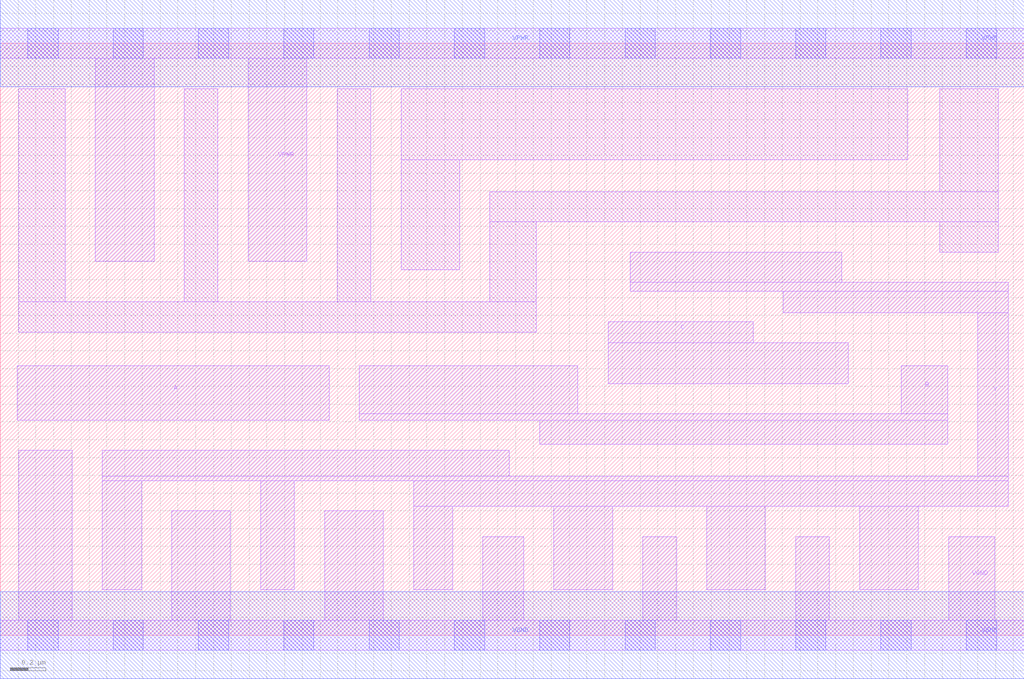
<source format=lef>
# Copyright 2020 The SkyWater PDK Authors
#
# Licensed under the Apache License, Version 2.0 (the "License");
# you may not use this file except in compliance with the License.
# You may obtain a copy of the License at
#
#     https://www.apache.org/licenses/LICENSE-2.0
#
# Unless required by applicable law or agreed to in writing, software
# distributed under the License is distributed on an "AS IS" BASIS,
# WITHOUT WARRANTIES OR CONDITIONS OF ANY KIND, either express or implied.
# See the License for the specific language governing permissions and
# limitations under the License.
#
# SPDX-License-Identifier: Apache-2.0

VERSION 5.7 ;
  NAMESCASESENSITIVE ON ;
  NOWIREEXTENSIONATPIN ON ;
  DIVIDERCHAR "/" ;
  BUSBITCHARS "[]" ;
UNITS
  DATABASE MICRONS 200 ;
END UNITS
MACRO sky130_fd_sc_lp__nor3_4
  CLASS CORE ;
  SOURCE USER ;
  FOREIGN sky130_fd_sc_lp__nor3_4 ;
  ORIGIN  0.000000  0.000000 ;
  SIZE  5.760000 BY  3.330000 ;
  SYMMETRY X Y R90 ;
  SITE unit ;
  PIN A
    ANTENNAGATEAREA  1.260000 ;
    DIRECTION INPUT ;
    USE SIGNAL ;
    PORT
      LAYER li1 ;
        RECT 0.095000 1.210000 1.850000 1.515000 ;
    END
  END A
  PIN B
    ANTENNAGATEAREA  1.260000 ;
    DIRECTION INPUT ;
    USE SIGNAL ;
    PORT
      LAYER li1 ;
        RECT 2.020000 1.210000 5.330000 1.245000 ;
        RECT 2.020000 1.245000 3.250000 1.515000 ;
        RECT 3.035000 1.075000 5.330000 1.210000 ;
        RECT 5.070000 1.245000 5.330000 1.515000 ;
    END
  END B
  PIN C
    ANTENNAGATEAREA  1.260000 ;
    DIRECTION INPUT ;
    USE SIGNAL ;
    PORT
      LAYER li1 ;
        RECT 3.420000 1.415000 4.770000 1.645000 ;
        RECT 3.420000 1.645000 4.235000 1.765000 ;
    END
  END C
  PIN Y
    ANTENNADIFFAREA  2.116800 ;
    DIRECTION OUTPUT ;
    USE SIGNAL ;
    PORT
      LAYER li1 ;
        RECT 0.575000 0.255000 0.795000 0.870000 ;
        RECT 0.575000 0.870000 5.670000 0.895000 ;
        RECT 0.575000 0.895000 2.865000 1.040000 ;
        RECT 1.465000 0.255000 1.655000 0.870000 ;
        RECT 2.325000 0.255000 2.545000 0.725000 ;
        RECT 2.325000 0.725000 5.670000 0.870000 ;
        RECT 3.115000 0.255000 3.445000 0.725000 ;
        RECT 3.545000 1.935000 5.670000 1.985000 ;
        RECT 3.545000 1.985000 4.735000 2.155000 ;
        RECT 3.975000 0.255000 4.305000 0.725000 ;
        RECT 4.405000 1.815000 5.670000 1.935000 ;
        RECT 4.835000 0.255000 5.165000 0.725000 ;
        RECT 5.500000 0.895000 5.670000 1.815000 ;
    END
  END Y
  PIN VGND
    DIRECTION INOUT ;
    USE GROUND ;
    PORT
      LAYER li1 ;
        RECT 0.000000 -0.085000 5.760000 0.085000 ;
        RECT 0.105000  0.085000 0.405000 1.040000 ;
        RECT 0.965000  0.085000 1.295000 0.700000 ;
        RECT 1.825000  0.085000 2.155000 0.700000 ;
        RECT 2.715000  0.085000 2.945000 0.555000 ;
        RECT 3.615000  0.085000 3.805000 0.555000 ;
        RECT 4.475000  0.085000 4.665000 0.555000 ;
        RECT 5.335000  0.085000 5.595000 0.555000 ;
      LAYER mcon ;
        RECT 0.155000 -0.085000 0.325000 0.085000 ;
        RECT 0.635000 -0.085000 0.805000 0.085000 ;
        RECT 1.115000 -0.085000 1.285000 0.085000 ;
        RECT 1.595000 -0.085000 1.765000 0.085000 ;
        RECT 2.075000 -0.085000 2.245000 0.085000 ;
        RECT 2.555000 -0.085000 2.725000 0.085000 ;
        RECT 3.035000 -0.085000 3.205000 0.085000 ;
        RECT 3.515000 -0.085000 3.685000 0.085000 ;
        RECT 3.995000 -0.085000 4.165000 0.085000 ;
        RECT 4.475000 -0.085000 4.645000 0.085000 ;
        RECT 4.955000 -0.085000 5.125000 0.085000 ;
        RECT 5.435000 -0.085000 5.605000 0.085000 ;
      LAYER met1 ;
        RECT 0.000000 -0.245000 5.760000 0.245000 ;
    END
  END VGND
  PIN VPWR
    DIRECTION INOUT ;
    USE POWER ;
    PORT
      LAYER li1 ;
        RECT 0.000000 3.245000 5.760000 3.415000 ;
        RECT 0.535000 2.105000 0.865000 3.245000 ;
        RECT 1.395000 2.105000 1.725000 3.245000 ;
      LAYER mcon ;
        RECT 0.155000 3.245000 0.325000 3.415000 ;
        RECT 0.635000 3.245000 0.805000 3.415000 ;
        RECT 1.115000 3.245000 1.285000 3.415000 ;
        RECT 1.595000 3.245000 1.765000 3.415000 ;
        RECT 2.075000 3.245000 2.245000 3.415000 ;
        RECT 2.555000 3.245000 2.725000 3.415000 ;
        RECT 3.035000 3.245000 3.205000 3.415000 ;
        RECT 3.515000 3.245000 3.685000 3.415000 ;
        RECT 3.995000 3.245000 4.165000 3.415000 ;
        RECT 4.475000 3.245000 4.645000 3.415000 ;
        RECT 4.955000 3.245000 5.125000 3.415000 ;
        RECT 5.435000 3.245000 5.605000 3.415000 ;
      LAYER met1 ;
        RECT 0.000000 3.085000 5.760000 3.575000 ;
    END
  END VPWR
  OBS
    LAYER li1 ;
      RECT 0.105000 1.705000 3.015000 1.875000 ;
      RECT 0.105000 1.875000 0.365000 3.075000 ;
      RECT 1.035000 1.875000 1.225000 3.075000 ;
      RECT 1.895000 1.875000 2.085000 3.075000 ;
      RECT 2.255000 2.055000 2.585000 2.675000 ;
      RECT 2.255000 2.675000 5.105000 3.075000 ;
      RECT 2.755000 1.875000 3.015000 2.325000 ;
      RECT 2.755000 2.325000 5.615000 2.495000 ;
      RECT 5.285000 2.155000 5.615000 2.325000 ;
      RECT 5.285000 2.495000 5.615000 3.075000 ;
  END
END sky130_fd_sc_lp__nor3_4

</source>
